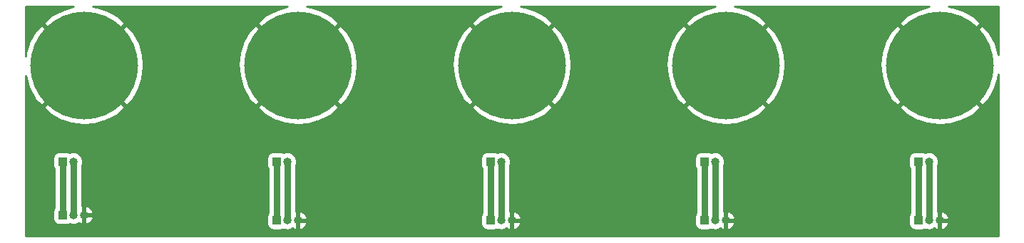
<source format=gbr>
G04 #@! TF.GenerationSoftware,KiCad,Pcbnew,(5.1.0-0)*
G04 #@! TF.CreationDate,2019-03-17T19:53:17-07:00*
G04 #@! TF.ProjectId,Jack Board,4a61636b-2042-46f6-9172-642e6b696361,rev?*
G04 #@! TF.SameCoordinates,Original*
G04 #@! TF.FileFunction,Copper,L1,Top*
G04 #@! TF.FilePolarity,Positive*
%FSLAX46Y46*%
G04 Gerber Fmt 4.6, Leading zero omitted, Abs format (unit mm)*
G04 Created by KiCad (PCBNEW (5.1.0-0)) date 2019-03-17 19:53:17*
%MOMM*%
%LPD*%
G04 APERTURE LIST*
%ADD10O,1.000000X1.000000*%
%ADD11R,1.000000X1.000000*%
%ADD12C,12.800000*%
%ADD13C,0.750000*%
%ADD14C,0.254000*%
G04 APERTURE END LIST*
D10*
X203200000Y-120015000D03*
X201930000Y-120015000D03*
D11*
X200660000Y-120015000D03*
D12*
X177800000Y-101600000D03*
X152400000Y-101600000D03*
X127000000Y-101600000D03*
X101600000Y-101600000D03*
D10*
X201930000Y-113030000D03*
D11*
X200660000Y-113030000D03*
D12*
X203200000Y-101600000D03*
D10*
X177800000Y-120015000D03*
X176530000Y-120015000D03*
D11*
X175260000Y-120015000D03*
D10*
X176530000Y-113030000D03*
D11*
X175260000Y-113030000D03*
D10*
X152400000Y-120015000D03*
X151130000Y-120015000D03*
D11*
X149860000Y-120015000D03*
D10*
X151130000Y-113030000D03*
D11*
X149860000Y-113030000D03*
D10*
X127000000Y-120015000D03*
X125730000Y-120015000D03*
D11*
X124460000Y-120015000D03*
D10*
X125730000Y-113030000D03*
D11*
X124460000Y-113030000D03*
D10*
X101600000Y-119380000D03*
X100330000Y-119380000D03*
D11*
X99060000Y-119380000D03*
D10*
X100330000Y-113030000D03*
D11*
X99060000Y-113030000D03*
D13*
X100330000Y-119380000D02*
X100330000Y-113030000D01*
X99060000Y-119380000D02*
X99060000Y-113030000D01*
X125730000Y-120015000D02*
X125730000Y-113030000D01*
X124460000Y-120015000D02*
X124460000Y-113030000D01*
X151130000Y-113030000D02*
X151130000Y-120015000D01*
X149860000Y-120015000D02*
X149860000Y-113030000D01*
X176530000Y-113030000D02*
X176530000Y-120015000D01*
X175260000Y-113030000D02*
X175260000Y-120015000D01*
X201930000Y-113030000D02*
X201930000Y-120015000D01*
X200660000Y-113030000D02*
X200660000Y-120015000D01*
D14*
G36*
X99034529Y-95012916D02*
G01*
X97798747Y-95639983D01*
X97548339Y-95807302D01*
X96804316Y-96624710D01*
X101600000Y-101420395D01*
X106395684Y-96624710D01*
X105651661Y-95807302D01*
X104443711Y-95128167D01*
X103126477Y-94697740D01*
X102645507Y-94640000D01*
X125765282Y-94640000D01*
X124434529Y-95012916D01*
X123198747Y-95639983D01*
X122948339Y-95807302D01*
X122204316Y-96624710D01*
X127000000Y-101420395D01*
X131795684Y-96624710D01*
X131051661Y-95807302D01*
X129843711Y-95128167D01*
X128526477Y-94697740D01*
X128045507Y-94640000D01*
X151165282Y-94640000D01*
X149834529Y-95012916D01*
X148598747Y-95639983D01*
X148348339Y-95807302D01*
X147604316Y-96624710D01*
X152400000Y-101420395D01*
X157195684Y-96624710D01*
X156451661Y-95807302D01*
X155243711Y-95128167D01*
X153926477Y-94697740D01*
X153445507Y-94640000D01*
X176565282Y-94640000D01*
X175234529Y-95012916D01*
X173998747Y-95639983D01*
X173748339Y-95807302D01*
X173004316Y-96624710D01*
X177800000Y-101420395D01*
X182595684Y-96624710D01*
X181851661Y-95807302D01*
X180643711Y-95128167D01*
X179326477Y-94697740D01*
X178845507Y-94640000D01*
X201965282Y-94640000D01*
X200634529Y-95012916D01*
X199398747Y-95639983D01*
X199148339Y-95807302D01*
X198404316Y-96624710D01*
X203200000Y-101420395D01*
X207995684Y-96624710D01*
X207251661Y-95807302D01*
X206043711Y-95128167D01*
X204726477Y-94697740D01*
X204245507Y-94640000D01*
X210160000Y-94640000D01*
X210160000Y-100365282D01*
X209787084Y-99034529D01*
X209160017Y-97798747D01*
X208992698Y-97548339D01*
X208175290Y-96804316D01*
X203379605Y-101600000D01*
X208175290Y-106395684D01*
X208992698Y-105651661D01*
X209671833Y-104443711D01*
X210102260Y-103126477D01*
X210160000Y-102645505D01*
X210160001Y-121895000D01*
X94640000Y-121895000D01*
X94640000Y-112530000D01*
X97921928Y-112530000D01*
X97921928Y-113530000D01*
X97934188Y-113654482D01*
X97970498Y-113774180D01*
X98029463Y-113884494D01*
X98050001Y-113909520D01*
X98050000Y-118500481D01*
X98029463Y-118525506D01*
X97970498Y-118635820D01*
X97934188Y-118755518D01*
X97921928Y-118880000D01*
X97921928Y-119880000D01*
X97934188Y-120004482D01*
X97970498Y-120124180D01*
X98029463Y-120234494D01*
X98108815Y-120331185D01*
X98205506Y-120410537D01*
X98315820Y-120469502D01*
X98435518Y-120505812D01*
X98560000Y-120518072D01*
X99560000Y-120518072D01*
X99684482Y-120505812D01*
X99804180Y-120469502D01*
X99882379Y-120427703D01*
X99893553Y-120433676D01*
X100107501Y-120498577D01*
X100274248Y-120515000D01*
X100385752Y-120515000D01*
X100552499Y-120498577D01*
X100766447Y-120433676D01*
X100963623Y-120328284D01*
X100973383Y-120320274D01*
X101039794Y-120367123D01*
X101243136Y-120457446D01*
X101298126Y-120474119D01*
X101473000Y-120347954D01*
X101473000Y-119507000D01*
X101727000Y-119507000D01*
X101727000Y-120347954D01*
X101901874Y-120474119D01*
X101956864Y-120457446D01*
X102160206Y-120367123D01*
X102342020Y-120238865D01*
X102495318Y-120077601D01*
X102614210Y-119889529D01*
X102694126Y-119681876D01*
X102569129Y-119507000D01*
X101727000Y-119507000D01*
X101473000Y-119507000D01*
X101457983Y-119507000D01*
X101470491Y-119380000D01*
X101457983Y-119253000D01*
X101473000Y-119253000D01*
X101473000Y-118412046D01*
X101727000Y-118412046D01*
X101727000Y-119253000D01*
X102569129Y-119253000D01*
X102694126Y-119078124D01*
X102614210Y-118870471D01*
X102495318Y-118682399D01*
X102342020Y-118521135D01*
X102160206Y-118392877D01*
X101956864Y-118302554D01*
X101901874Y-118285881D01*
X101727000Y-118412046D01*
X101473000Y-118412046D01*
X101340000Y-118316092D01*
X101340000Y-113548160D01*
X101383676Y-113466447D01*
X101448577Y-113252499D01*
X101470491Y-113030000D01*
X101448577Y-112807501D01*
X101383676Y-112593553D01*
X101349707Y-112530000D01*
X123321928Y-112530000D01*
X123321928Y-113530000D01*
X123334188Y-113654482D01*
X123370498Y-113774180D01*
X123429463Y-113884494D01*
X123450001Y-113909520D01*
X123450000Y-119135481D01*
X123429463Y-119160506D01*
X123370498Y-119270820D01*
X123334188Y-119390518D01*
X123321928Y-119515000D01*
X123321928Y-120515000D01*
X123334188Y-120639482D01*
X123370498Y-120759180D01*
X123429463Y-120869494D01*
X123508815Y-120966185D01*
X123605506Y-121045537D01*
X123715820Y-121104502D01*
X123835518Y-121140812D01*
X123960000Y-121153072D01*
X124960000Y-121153072D01*
X125084482Y-121140812D01*
X125204180Y-121104502D01*
X125282379Y-121062703D01*
X125293553Y-121068676D01*
X125507501Y-121133577D01*
X125674248Y-121150000D01*
X125785752Y-121150000D01*
X125952499Y-121133577D01*
X126166447Y-121068676D01*
X126363623Y-120963284D01*
X126373383Y-120955274D01*
X126439794Y-121002123D01*
X126643136Y-121092446D01*
X126698126Y-121109119D01*
X126873000Y-120982954D01*
X126873000Y-120142000D01*
X127127000Y-120142000D01*
X127127000Y-120982954D01*
X127301874Y-121109119D01*
X127356864Y-121092446D01*
X127560206Y-121002123D01*
X127742020Y-120873865D01*
X127895318Y-120712601D01*
X128014210Y-120524529D01*
X128094126Y-120316876D01*
X127969129Y-120142000D01*
X127127000Y-120142000D01*
X126873000Y-120142000D01*
X126857983Y-120142000D01*
X126870491Y-120015000D01*
X126857983Y-119888000D01*
X126873000Y-119888000D01*
X126873000Y-119047046D01*
X127127000Y-119047046D01*
X127127000Y-119888000D01*
X127969129Y-119888000D01*
X128094126Y-119713124D01*
X128014210Y-119505471D01*
X127895318Y-119317399D01*
X127742020Y-119156135D01*
X127560206Y-119027877D01*
X127356864Y-118937554D01*
X127301874Y-118920881D01*
X127127000Y-119047046D01*
X126873000Y-119047046D01*
X126740000Y-118951092D01*
X126740000Y-113548160D01*
X126783676Y-113466447D01*
X126848577Y-113252499D01*
X126870491Y-113030000D01*
X126848577Y-112807501D01*
X126783676Y-112593553D01*
X126749707Y-112530000D01*
X148721928Y-112530000D01*
X148721928Y-113530000D01*
X148734188Y-113654482D01*
X148770498Y-113774180D01*
X148829463Y-113884494D01*
X148850001Y-113909520D01*
X148850000Y-119135481D01*
X148829463Y-119160506D01*
X148770498Y-119270820D01*
X148734188Y-119390518D01*
X148721928Y-119515000D01*
X148721928Y-120515000D01*
X148734188Y-120639482D01*
X148770498Y-120759180D01*
X148829463Y-120869494D01*
X148908815Y-120966185D01*
X149005506Y-121045537D01*
X149115820Y-121104502D01*
X149235518Y-121140812D01*
X149360000Y-121153072D01*
X150360000Y-121153072D01*
X150484482Y-121140812D01*
X150604180Y-121104502D01*
X150682379Y-121062703D01*
X150693553Y-121068676D01*
X150907501Y-121133577D01*
X151074248Y-121150000D01*
X151185752Y-121150000D01*
X151352499Y-121133577D01*
X151566447Y-121068676D01*
X151763623Y-120963284D01*
X151773383Y-120955274D01*
X151839794Y-121002123D01*
X152043136Y-121092446D01*
X152098126Y-121109119D01*
X152273000Y-120982954D01*
X152273000Y-120142000D01*
X152527000Y-120142000D01*
X152527000Y-120982954D01*
X152701874Y-121109119D01*
X152756864Y-121092446D01*
X152960206Y-121002123D01*
X153142020Y-120873865D01*
X153295318Y-120712601D01*
X153414210Y-120524529D01*
X153494126Y-120316876D01*
X153369129Y-120142000D01*
X152527000Y-120142000D01*
X152273000Y-120142000D01*
X152257983Y-120142000D01*
X152270491Y-120015000D01*
X152257983Y-119888000D01*
X152273000Y-119888000D01*
X152273000Y-119047046D01*
X152527000Y-119047046D01*
X152527000Y-119888000D01*
X153369129Y-119888000D01*
X153494126Y-119713124D01*
X153414210Y-119505471D01*
X153295318Y-119317399D01*
X153142020Y-119156135D01*
X152960206Y-119027877D01*
X152756864Y-118937554D01*
X152701874Y-118920881D01*
X152527000Y-119047046D01*
X152273000Y-119047046D01*
X152140000Y-118951092D01*
X152140000Y-113548160D01*
X152183676Y-113466447D01*
X152248577Y-113252499D01*
X152270491Y-113030000D01*
X152248577Y-112807501D01*
X152183676Y-112593553D01*
X152149707Y-112530000D01*
X174121928Y-112530000D01*
X174121928Y-113530000D01*
X174134188Y-113654482D01*
X174170498Y-113774180D01*
X174229463Y-113884494D01*
X174250000Y-113909519D01*
X174250001Y-119135480D01*
X174229463Y-119160506D01*
X174170498Y-119270820D01*
X174134188Y-119390518D01*
X174121928Y-119515000D01*
X174121928Y-120515000D01*
X174134188Y-120639482D01*
X174170498Y-120759180D01*
X174229463Y-120869494D01*
X174308815Y-120966185D01*
X174405506Y-121045537D01*
X174515820Y-121104502D01*
X174635518Y-121140812D01*
X174760000Y-121153072D01*
X175760000Y-121153072D01*
X175884482Y-121140812D01*
X176004180Y-121104502D01*
X176082379Y-121062703D01*
X176093553Y-121068676D01*
X176307501Y-121133577D01*
X176474248Y-121150000D01*
X176585752Y-121150000D01*
X176752499Y-121133577D01*
X176966447Y-121068676D01*
X177163623Y-120963284D01*
X177173383Y-120955274D01*
X177239794Y-121002123D01*
X177443136Y-121092446D01*
X177498126Y-121109119D01*
X177673000Y-120982954D01*
X177673000Y-120142000D01*
X177927000Y-120142000D01*
X177927000Y-120982954D01*
X178101874Y-121109119D01*
X178156864Y-121092446D01*
X178360206Y-121002123D01*
X178542020Y-120873865D01*
X178695318Y-120712601D01*
X178814210Y-120524529D01*
X178894126Y-120316876D01*
X178769129Y-120142000D01*
X177927000Y-120142000D01*
X177673000Y-120142000D01*
X177657983Y-120142000D01*
X177670491Y-120015000D01*
X177657983Y-119888000D01*
X177673000Y-119888000D01*
X177673000Y-119047046D01*
X177927000Y-119047046D01*
X177927000Y-119888000D01*
X178769129Y-119888000D01*
X178894126Y-119713124D01*
X178814210Y-119505471D01*
X178695318Y-119317399D01*
X178542020Y-119156135D01*
X178360206Y-119027877D01*
X178156864Y-118937554D01*
X178101874Y-118920881D01*
X177927000Y-119047046D01*
X177673000Y-119047046D01*
X177540000Y-118951092D01*
X177540000Y-113548160D01*
X177583676Y-113466447D01*
X177648577Y-113252499D01*
X177670491Y-113030000D01*
X177648577Y-112807501D01*
X177583676Y-112593553D01*
X177549707Y-112530000D01*
X199521928Y-112530000D01*
X199521928Y-113530000D01*
X199534188Y-113654482D01*
X199570498Y-113774180D01*
X199629463Y-113884494D01*
X199650000Y-113909519D01*
X199650001Y-119135480D01*
X199629463Y-119160506D01*
X199570498Y-119270820D01*
X199534188Y-119390518D01*
X199521928Y-119515000D01*
X199521928Y-120515000D01*
X199534188Y-120639482D01*
X199570498Y-120759180D01*
X199629463Y-120869494D01*
X199708815Y-120966185D01*
X199805506Y-121045537D01*
X199915820Y-121104502D01*
X200035518Y-121140812D01*
X200160000Y-121153072D01*
X201160000Y-121153072D01*
X201284482Y-121140812D01*
X201404180Y-121104502D01*
X201482379Y-121062703D01*
X201493553Y-121068676D01*
X201707501Y-121133577D01*
X201874248Y-121150000D01*
X201985752Y-121150000D01*
X202152499Y-121133577D01*
X202366447Y-121068676D01*
X202563623Y-120963284D01*
X202573383Y-120955274D01*
X202639794Y-121002123D01*
X202843136Y-121092446D01*
X202898126Y-121109119D01*
X203073000Y-120982954D01*
X203073000Y-120142000D01*
X203327000Y-120142000D01*
X203327000Y-120982954D01*
X203501874Y-121109119D01*
X203556864Y-121092446D01*
X203760206Y-121002123D01*
X203942020Y-120873865D01*
X204095318Y-120712601D01*
X204214210Y-120524529D01*
X204294126Y-120316876D01*
X204169129Y-120142000D01*
X203327000Y-120142000D01*
X203073000Y-120142000D01*
X203057983Y-120142000D01*
X203070491Y-120015000D01*
X203057983Y-119888000D01*
X203073000Y-119888000D01*
X203073000Y-119047046D01*
X203327000Y-119047046D01*
X203327000Y-119888000D01*
X204169129Y-119888000D01*
X204294126Y-119713124D01*
X204214210Y-119505471D01*
X204095318Y-119317399D01*
X203942020Y-119156135D01*
X203760206Y-119027877D01*
X203556864Y-118937554D01*
X203501874Y-118920881D01*
X203327000Y-119047046D01*
X203073000Y-119047046D01*
X202940000Y-118951092D01*
X202940000Y-113548160D01*
X202983676Y-113466447D01*
X203048577Y-113252499D01*
X203070491Y-113030000D01*
X203048577Y-112807501D01*
X202983676Y-112593553D01*
X202878284Y-112396377D01*
X202736449Y-112223551D01*
X202563623Y-112081716D01*
X202366447Y-111976324D01*
X202152499Y-111911423D01*
X201985752Y-111895000D01*
X201874248Y-111895000D01*
X201707501Y-111911423D01*
X201493553Y-111976324D01*
X201482379Y-111982297D01*
X201404180Y-111940498D01*
X201284482Y-111904188D01*
X201160000Y-111891928D01*
X200160000Y-111891928D01*
X200035518Y-111904188D01*
X199915820Y-111940498D01*
X199805506Y-111999463D01*
X199708815Y-112078815D01*
X199629463Y-112175506D01*
X199570498Y-112285820D01*
X199534188Y-112405518D01*
X199521928Y-112530000D01*
X177549707Y-112530000D01*
X177478284Y-112396377D01*
X177336449Y-112223551D01*
X177163623Y-112081716D01*
X176966447Y-111976324D01*
X176752499Y-111911423D01*
X176585752Y-111895000D01*
X176474248Y-111895000D01*
X176307501Y-111911423D01*
X176093553Y-111976324D01*
X176082379Y-111982297D01*
X176004180Y-111940498D01*
X175884482Y-111904188D01*
X175760000Y-111891928D01*
X174760000Y-111891928D01*
X174635518Y-111904188D01*
X174515820Y-111940498D01*
X174405506Y-111999463D01*
X174308815Y-112078815D01*
X174229463Y-112175506D01*
X174170498Y-112285820D01*
X174134188Y-112405518D01*
X174121928Y-112530000D01*
X152149707Y-112530000D01*
X152078284Y-112396377D01*
X151936449Y-112223551D01*
X151763623Y-112081716D01*
X151566447Y-111976324D01*
X151352499Y-111911423D01*
X151185752Y-111895000D01*
X151074248Y-111895000D01*
X150907501Y-111911423D01*
X150693553Y-111976324D01*
X150682379Y-111982297D01*
X150604180Y-111940498D01*
X150484482Y-111904188D01*
X150360000Y-111891928D01*
X149360000Y-111891928D01*
X149235518Y-111904188D01*
X149115820Y-111940498D01*
X149005506Y-111999463D01*
X148908815Y-112078815D01*
X148829463Y-112175506D01*
X148770498Y-112285820D01*
X148734188Y-112405518D01*
X148721928Y-112530000D01*
X126749707Y-112530000D01*
X126678284Y-112396377D01*
X126536449Y-112223551D01*
X126363623Y-112081716D01*
X126166447Y-111976324D01*
X125952499Y-111911423D01*
X125785752Y-111895000D01*
X125674248Y-111895000D01*
X125507501Y-111911423D01*
X125293553Y-111976324D01*
X125282379Y-111982297D01*
X125204180Y-111940498D01*
X125084482Y-111904188D01*
X124960000Y-111891928D01*
X123960000Y-111891928D01*
X123835518Y-111904188D01*
X123715820Y-111940498D01*
X123605506Y-111999463D01*
X123508815Y-112078815D01*
X123429463Y-112175506D01*
X123370498Y-112285820D01*
X123334188Y-112405518D01*
X123321928Y-112530000D01*
X101349707Y-112530000D01*
X101278284Y-112396377D01*
X101136449Y-112223551D01*
X100963623Y-112081716D01*
X100766447Y-111976324D01*
X100552499Y-111911423D01*
X100385752Y-111895000D01*
X100274248Y-111895000D01*
X100107501Y-111911423D01*
X99893553Y-111976324D01*
X99882379Y-111982297D01*
X99804180Y-111940498D01*
X99684482Y-111904188D01*
X99560000Y-111891928D01*
X98560000Y-111891928D01*
X98435518Y-111904188D01*
X98315820Y-111940498D01*
X98205506Y-111999463D01*
X98108815Y-112078815D01*
X98029463Y-112175506D01*
X97970498Y-112285820D01*
X97934188Y-112405518D01*
X97921928Y-112530000D01*
X94640000Y-112530000D01*
X94640000Y-106575290D01*
X96804316Y-106575290D01*
X97548339Y-107392698D01*
X98756289Y-108071833D01*
X100073523Y-108502260D01*
X101449418Y-108667435D01*
X102831100Y-108561014D01*
X104165471Y-108187084D01*
X105401253Y-107560017D01*
X105651661Y-107392698D01*
X106395684Y-106575290D01*
X122204316Y-106575290D01*
X122948339Y-107392698D01*
X124156289Y-108071833D01*
X125473523Y-108502260D01*
X126849418Y-108667435D01*
X128231100Y-108561014D01*
X129565471Y-108187084D01*
X130801253Y-107560017D01*
X131051661Y-107392698D01*
X131795684Y-106575290D01*
X147604316Y-106575290D01*
X148348339Y-107392698D01*
X149556289Y-108071833D01*
X150873523Y-108502260D01*
X152249418Y-108667435D01*
X153631100Y-108561014D01*
X154965471Y-108187084D01*
X156201253Y-107560017D01*
X156451661Y-107392698D01*
X157195684Y-106575290D01*
X173004316Y-106575290D01*
X173748339Y-107392698D01*
X174956289Y-108071833D01*
X176273523Y-108502260D01*
X177649418Y-108667435D01*
X179031100Y-108561014D01*
X180365471Y-108187084D01*
X181601253Y-107560017D01*
X181851661Y-107392698D01*
X182595684Y-106575290D01*
X198404316Y-106575290D01*
X199148339Y-107392698D01*
X200356289Y-108071833D01*
X201673523Y-108502260D01*
X203049418Y-108667435D01*
X204431100Y-108561014D01*
X205765471Y-108187084D01*
X207001253Y-107560017D01*
X207251661Y-107392698D01*
X207995684Y-106575290D01*
X203200000Y-101779605D01*
X198404316Y-106575290D01*
X182595684Y-106575290D01*
X177800000Y-101779605D01*
X173004316Y-106575290D01*
X157195684Y-106575290D01*
X152400000Y-101779605D01*
X147604316Y-106575290D01*
X131795684Y-106575290D01*
X127000000Y-101779605D01*
X122204316Y-106575290D01*
X106395684Y-106575290D01*
X101600000Y-101779605D01*
X96804316Y-106575290D01*
X94640000Y-106575290D01*
X94640000Y-102834718D01*
X95012916Y-104165471D01*
X95639983Y-105401253D01*
X95807302Y-105651661D01*
X96624710Y-106395684D01*
X101420395Y-101600000D01*
X101779605Y-101600000D01*
X106575290Y-106395684D01*
X107392698Y-105651661D01*
X108071833Y-104443711D01*
X108502260Y-103126477D01*
X108667435Y-101750582D01*
X108644239Y-101449418D01*
X119932565Y-101449418D01*
X120038986Y-102831100D01*
X120412916Y-104165471D01*
X121039983Y-105401253D01*
X121207302Y-105651661D01*
X122024710Y-106395684D01*
X126820395Y-101600000D01*
X127179605Y-101600000D01*
X131975290Y-106395684D01*
X132792698Y-105651661D01*
X133471833Y-104443711D01*
X133902260Y-103126477D01*
X134067435Y-101750582D01*
X134044239Y-101449418D01*
X145332565Y-101449418D01*
X145438986Y-102831100D01*
X145812916Y-104165471D01*
X146439983Y-105401253D01*
X146607302Y-105651661D01*
X147424710Y-106395684D01*
X152220395Y-101600000D01*
X152579605Y-101600000D01*
X157375290Y-106395684D01*
X158192698Y-105651661D01*
X158871833Y-104443711D01*
X159302260Y-103126477D01*
X159467435Y-101750582D01*
X159444239Y-101449418D01*
X170732565Y-101449418D01*
X170838986Y-102831100D01*
X171212916Y-104165471D01*
X171839983Y-105401253D01*
X172007302Y-105651661D01*
X172824710Y-106395684D01*
X177620395Y-101600000D01*
X177979605Y-101600000D01*
X182775290Y-106395684D01*
X183592698Y-105651661D01*
X184271833Y-104443711D01*
X184702260Y-103126477D01*
X184867435Y-101750582D01*
X184844239Y-101449418D01*
X196132565Y-101449418D01*
X196238986Y-102831100D01*
X196612916Y-104165471D01*
X197239983Y-105401253D01*
X197407302Y-105651661D01*
X198224710Y-106395684D01*
X203020395Y-101600000D01*
X198224710Y-96804316D01*
X197407302Y-97548339D01*
X196728167Y-98756289D01*
X196297740Y-100073523D01*
X196132565Y-101449418D01*
X184844239Y-101449418D01*
X184761014Y-100368900D01*
X184387084Y-99034529D01*
X183760017Y-97798747D01*
X183592698Y-97548339D01*
X182775290Y-96804316D01*
X177979605Y-101600000D01*
X177620395Y-101600000D01*
X172824710Y-96804316D01*
X172007302Y-97548339D01*
X171328167Y-98756289D01*
X170897740Y-100073523D01*
X170732565Y-101449418D01*
X159444239Y-101449418D01*
X159361014Y-100368900D01*
X158987084Y-99034529D01*
X158360017Y-97798747D01*
X158192698Y-97548339D01*
X157375290Y-96804316D01*
X152579605Y-101600000D01*
X152220395Y-101600000D01*
X147424710Y-96804316D01*
X146607302Y-97548339D01*
X145928167Y-98756289D01*
X145497740Y-100073523D01*
X145332565Y-101449418D01*
X134044239Y-101449418D01*
X133961014Y-100368900D01*
X133587084Y-99034529D01*
X132960017Y-97798747D01*
X132792698Y-97548339D01*
X131975290Y-96804316D01*
X127179605Y-101600000D01*
X126820395Y-101600000D01*
X122024710Y-96804316D01*
X121207302Y-97548339D01*
X120528167Y-98756289D01*
X120097740Y-100073523D01*
X119932565Y-101449418D01*
X108644239Y-101449418D01*
X108561014Y-100368900D01*
X108187084Y-99034529D01*
X107560017Y-97798747D01*
X107392698Y-97548339D01*
X106575290Y-96804316D01*
X101779605Y-101600000D01*
X101420395Y-101600000D01*
X96624710Y-96804316D01*
X95807302Y-97548339D01*
X95128167Y-98756289D01*
X94697740Y-100073523D01*
X94640000Y-100554493D01*
X94640000Y-94640000D01*
X100365282Y-94640000D01*
X99034529Y-95012916D01*
X99034529Y-95012916D01*
G37*
X99034529Y-95012916D02*
X97798747Y-95639983D01*
X97548339Y-95807302D01*
X96804316Y-96624710D01*
X101600000Y-101420395D01*
X106395684Y-96624710D01*
X105651661Y-95807302D01*
X104443711Y-95128167D01*
X103126477Y-94697740D01*
X102645507Y-94640000D01*
X125765282Y-94640000D01*
X124434529Y-95012916D01*
X123198747Y-95639983D01*
X122948339Y-95807302D01*
X122204316Y-96624710D01*
X127000000Y-101420395D01*
X131795684Y-96624710D01*
X131051661Y-95807302D01*
X129843711Y-95128167D01*
X128526477Y-94697740D01*
X128045507Y-94640000D01*
X151165282Y-94640000D01*
X149834529Y-95012916D01*
X148598747Y-95639983D01*
X148348339Y-95807302D01*
X147604316Y-96624710D01*
X152400000Y-101420395D01*
X157195684Y-96624710D01*
X156451661Y-95807302D01*
X155243711Y-95128167D01*
X153926477Y-94697740D01*
X153445507Y-94640000D01*
X176565282Y-94640000D01*
X175234529Y-95012916D01*
X173998747Y-95639983D01*
X173748339Y-95807302D01*
X173004316Y-96624710D01*
X177800000Y-101420395D01*
X182595684Y-96624710D01*
X181851661Y-95807302D01*
X180643711Y-95128167D01*
X179326477Y-94697740D01*
X178845507Y-94640000D01*
X201965282Y-94640000D01*
X200634529Y-95012916D01*
X199398747Y-95639983D01*
X199148339Y-95807302D01*
X198404316Y-96624710D01*
X203200000Y-101420395D01*
X207995684Y-96624710D01*
X207251661Y-95807302D01*
X206043711Y-95128167D01*
X204726477Y-94697740D01*
X204245507Y-94640000D01*
X210160000Y-94640000D01*
X210160000Y-100365282D01*
X209787084Y-99034529D01*
X209160017Y-97798747D01*
X208992698Y-97548339D01*
X208175290Y-96804316D01*
X203379605Y-101600000D01*
X208175290Y-106395684D01*
X208992698Y-105651661D01*
X209671833Y-104443711D01*
X210102260Y-103126477D01*
X210160000Y-102645505D01*
X210160001Y-121895000D01*
X94640000Y-121895000D01*
X94640000Y-112530000D01*
X97921928Y-112530000D01*
X97921928Y-113530000D01*
X97934188Y-113654482D01*
X97970498Y-113774180D01*
X98029463Y-113884494D01*
X98050001Y-113909520D01*
X98050000Y-118500481D01*
X98029463Y-118525506D01*
X97970498Y-118635820D01*
X97934188Y-118755518D01*
X97921928Y-118880000D01*
X97921928Y-119880000D01*
X97934188Y-120004482D01*
X97970498Y-120124180D01*
X98029463Y-120234494D01*
X98108815Y-120331185D01*
X98205506Y-120410537D01*
X98315820Y-120469502D01*
X98435518Y-120505812D01*
X98560000Y-120518072D01*
X99560000Y-120518072D01*
X99684482Y-120505812D01*
X99804180Y-120469502D01*
X99882379Y-120427703D01*
X99893553Y-120433676D01*
X100107501Y-120498577D01*
X100274248Y-120515000D01*
X100385752Y-120515000D01*
X100552499Y-120498577D01*
X100766447Y-120433676D01*
X100963623Y-120328284D01*
X100973383Y-120320274D01*
X101039794Y-120367123D01*
X101243136Y-120457446D01*
X101298126Y-120474119D01*
X101473000Y-120347954D01*
X101473000Y-119507000D01*
X101727000Y-119507000D01*
X101727000Y-120347954D01*
X101901874Y-120474119D01*
X101956864Y-120457446D01*
X102160206Y-120367123D01*
X102342020Y-120238865D01*
X102495318Y-120077601D01*
X102614210Y-119889529D01*
X102694126Y-119681876D01*
X102569129Y-119507000D01*
X101727000Y-119507000D01*
X101473000Y-119507000D01*
X101457983Y-119507000D01*
X101470491Y-119380000D01*
X101457983Y-119253000D01*
X101473000Y-119253000D01*
X101473000Y-118412046D01*
X101727000Y-118412046D01*
X101727000Y-119253000D01*
X102569129Y-119253000D01*
X102694126Y-119078124D01*
X102614210Y-118870471D01*
X102495318Y-118682399D01*
X102342020Y-118521135D01*
X102160206Y-118392877D01*
X101956864Y-118302554D01*
X101901874Y-118285881D01*
X101727000Y-118412046D01*
X101473000Y-118412046D01*
X101340000Y-118316092D01*
X101340000Y-113548160D01*
X101383676Y-113466447D01*
X101448577Y-113252499D01*
X101470491Y-113030000D01*
X101448577Y-112807501D01*
X101383676Y-112593553D01*
X101349707Y-112530000D01*
X123321928Y-112530000D01*
X123321928Y-113530000D01*
X123334188Y-113654482D01*
X123370498Y-113774180D01*
X123429463Y-113884494D01*
X123450001Y-113909520D01*
X123450000Y-119135481D01*
X123429463Y-119160506D01*
X123370498Y-119270820D01*
X123334188Y-119390518D01*
X123321928Y-119515000D01*
X123321928Y-120515000D01*
X123334188Y-120639482D01*
X123370498Y-120759180D01*
X123429463Y-120869494D01*
X123508815Y-120966185D01*
X123605506Y-121045537D01*
X123715820Y-121104502D01*
X123835518Y-121140812D01*
X123960000Y-121153072D01*
X124960000Y-121153072D01*
X125084482Y-121140812D01*
X125204180Y-121104502D01*
X125282379Y-121062703D01*
X125293553Y-121068676D01*
X125507501Y-121133577D01*
X125674248Y-121150000D01*
X125785752Y-121150000D01*
X125952499Y-121133577D01*
X126166447Y-121068676D01*
X126363623Y-120963284D01*
X126373383Y-120955274D01*
X126439794Y-121002123D01*
X126643136Y-121092446D01*
X126698126Y-121109119D01*
X126873000Y-120982954D01*
X126873000Y-120142000D01*
X127127000Y-120142000D01*
X127127000Y-120982954D01*
X127301874Y-121109119D01*
X127356864Y-121092446D01*
X127560206Y-121002123D01*
X127742020Y-120873865D01*
X127895318Y-120712601D01*
X128014210Y-120524529D01*
X128094126Y-120316876D01*
X127969129Y-120142000D01*
X127127000Y-120142000D01*
X126873000Y-120142000D01*
X126857983Y-120142000D01*
X126870491Y-120015000D01*
X126857983Y-119888000D01*
X126873000Y-119888000D01*
X126873000Y-119047046D01*
X127127000Y-119047046D01*
X127127000Y-119888000D01*
X127969129Y-119888000D01*
X128094126Y-119713124D01*
X128014210Y-119505471D01*
X127895318Y-119317399D01*
X127742020Y-119156135D01*
X127560206Y-119027877D01*
X127356864Y-118937554D01*
X127301874Y-118920881D01*
X127127000Y-119047046D01*
X126873000Y-119047046D01*
X126740000Y-118951092D01*
X126740000Y-113548160D01*
X126783676Y-113466447D01*
X126848577Y-113252499D01*
X126870491Y-113030000D01*
X126848577Y-112807501D01*
X126783676Y-112593553D01*
X126749707Y-112530000D01*
X148721928Y-112530000D01*
X148721928Y-113530000D01*
X148734188Y-113654482D01*
X148770498Y-113774180D01*
X148829463Y-113884494D01*
X148850001Y-113909520D01*
X148850000Y-119135481D01*
X148829463Y-119160506D01*
X148770498Y-119270820D01*
X148734188Y-119390518D01*
X148721928Y-119515000D01*
X148721928Y-120515000D01*
X148734188Y-120639482D01*
X148770498Y-120759180D01*
X148829463Y-120869494D01*
X148908815Y-120966185D01*
X149005506Y-121045537D01*
X149115820Y-121104502D01*
X149235518Y-121140812D01*
X149360000Y-121153072D01*
X150360000Y-121153072D01*
X150484482Y-121140812D01*
X150604180Y-121104502D01*
X150682379Y-121062703D01*
X150693553Y-121068676D01*
X150907501Y-121133577D01*
X151074248Y-121150000D01*
X151185752Y-121150000D01*
X151352499Y-121133577D01*
X151566447Y-121068676D01*
X151763623Y-120963284D01*
X151773383Y-120955274D01*
X151839794Y-121002123D01*
X152043136Y-121092446D01*
X152098126Y-121109119D01*
X152273000Y-120982954D01*
X152273000Y-120142000D01*
X152527000Y-120142000D01*
X152527000Y-120982954D01*
X152701874Y-121109119D01*
X152756864Y-121092446D01*
X152960206Y-121002123D01*
X153142020Y-120873865D01*
X153295318Y-120712601D01*
X153414210Y-120524529D01*
X153494126Y-120316876D01*
X153369129Y-120142000D01*
X152527000Y-120142000D01*
X152273000Y-120142000D01*
X152257983Y-120142000D01*
X152270491Y-120015000D01*
X152257983Y-119888000D01*
X152273000Y-119888000D01*
X152273000Y-119047046D01*
X152527000Y-119047046D01*
X152527000Y-119888000D01*
X153369129Y-119888000D01*
X153494126Y-119713124D01*
X153414210Y-119505471D01*
X153295318Y-119317399D01*
X153142020Y-119156135D01*
X152960206Y-119027877D01*
X152756864Y-118937554D01*
X152701874Y-118920881D01*
X152527000Y-119047046D01*
X152273000Y-119047046D01*
X152140000Y-118951092D01*
X152140000Y-113548160D01*
X152183676Y-113466447D01*
X152248577Y-113252499D01*
X152270491Y-113030000D01*
X152248577Y-112807501D01*
X152183676Y-112593553D01*
X152149707Y-112530000D01*
X174121928Y-112530000D01*
X174121928Y-113530000D01*
X174134188Y-113654482D01*
X174170498Y-113774180D01*
X174229463Y-113884494D01*
X174250000Y-113909519D01*
X174250001Y-119135480D01*
X174229463Y-119160506D01*
X174170498Y-119270820D01*
X174134188Y-119390518D01*
X174121928Y-119515000D01*
X174121928Y-120515000D01*
X174134188Y-120639482D01*
X174170498Y-120759180D01*
X174229463Y-120869494D01*
X174308815Y-120966185D01*
X174405506Y-121045537D01*
X174515820Y-121104502D01*
X174635518Y-121140812D01*
X174760000Y-121153072D01*
X175760000Y-121153072D01*
X175884482Y-121140812D01*
X176004180Y-121104502D01*
X176082379Y-121062703D01*
X176093553Y-121068676D01*
X176307501Y-121133577D01*
X176474248Y-121150000D01*
X176585752Y-121150000D01*
X176752499Y-121133577D01*
X176966447Y-121068676D01*
X177163623Y-120963284D01*
X177173383Y-120955274D01*
X177239794Y-121002123D01*
X177443136Y-121092446D01*
X177498126Y-121109119D01*
X177673000Y-120982954D01*
X177673000Y-120142000D01*
X177927000Y-120142000D01*
X177927000Y-120982954D01*
X178101874Y-121109119D01*
X178156864Y-121092446D01*
X178360206Y-121002123D01*
X178542020Y-120873865D01*
X178695318Y-120712601D01*
X178814210Y-120524529D01*
X178894126Y-120316876D01*
X178769129Y-120142000D01*
X177927000Y-120142000D01*
X177673000Y-120142000D01*
X177657983Y-120142000D01*
X177670491Y-120015000D01*
X177657983Y-119888000D01*
X177673000Y-119888000D01*
X177673000Y-119047046D01*
X177927000Y-119047046D01*
X177927000Y-119888000D01*
X178769129Y-119888000D01*
X178894126Y-119713124D01*
X178814210Y-119505471D01*
X178695318Y-119317399D01*
X178542020Y-119156135D01*
X178360206Y-119027877D01*
X178156864Y-118937554D01*
X178101874Y-118920881D01*
X177927000Y-119047046D01*
X177673000Y-119047046D01*
X177540000Y-118951092D01*
X177540000Y-113548160D01*
X177583676Y-113466447D01*
X177648577Y-113252499D01*
X177670491Y-113030000D01*
X177648577Y-112807501D01*
X177583676Y-112593553D01*
X177549707Y-112530000D01*
X199521928Y-112530000D01*
X199521928Y-113530000D01*
X199534188Y-113654482D01*
X199570498Y-113774180D01*
X199629463Y-113884494D01*
X199650000Y-113909519D01*
X199650001Y-119135480D01*
X199629463Y-119160506D01*
X199570498Y-119270820D01*
X199534188Y-119390518D01*
X199521928Y-119515000D01*
X199521928Y-120515000D01*
X199534188Y-120639482D01*
X199570498Y-120759180D01*
X199629463Y-120869494D01*
X199708815Y-120966185D01*
X199805506Y-121045537D01*
X199915820Y-121104502D01*
X200035518Y-121140812D01*
X200160000Y-121153072D01*
X201160000Y-121153072D01*
X201284482Y-121140812D01*
X201404180Y-121104502D01*
X201482379Y-121062703D01*
X201493553Y-121068676D01*
X201707501Y-121133577D01*
X201874248Y-121150000D01*
X201985752Y-121150000D01*
X202152499Y-121133577D01*
X202366447Y-121068676D01*
X202563623Y-120963284D01*
X202573383Y-120955274D01*
X202639794Y-121002123D01*
X202843136Y-121092446D01*
X202898126Y-121109119D01*
X203073000Y-120982954D01*
X203073000Y-120142000D01*
X203327000Y-120142000D01*
X203327000Y-120982954D01*
X203501874Y-121109119D01*
X203556864Y-121092446D01*
X203760206Y-121002123D01*
X203942020Y-120873865D01*
X204095318Y-120712601D01*
X204214210Y-120524529D01*
X204294126Y-120316876D01*
X204169129Y-120142000D01*
X203327000Y-120142000D01*
X203073000Y-120142000D01*
X203057983Y-120142000D01*
X203070491Y-120015000D01*
X203057983Y-119888000D01*
X203073000Y-119888000D01*
X203073000Y-119047046D01*
X203327000Y-119047046D01*
X203327000Y-119888000D01*
X204169129Y-119888000D01*
X204294126Y-119713124D01*
X204214210Y-119505471D01*
X204095318Y-119317399D01*
X203942020Y-119156135D01*
X203760206Y-119027877D01*
X203556864Y-118937554D01*
X203501874Y-118920881D01*
X203327000Y-119047046D01*
X203073000Y-119047046D01*
X202940000Y-118951092D01*
X202940000Y-113548160D01*
X202983676Y-113466447D01*
X203048577Y-113252499D01*
X203070491Y-113030000D01*
X203048577Y-112807501D01*
X202983676Y-112593553D01*
X202878284Y-112396377D01*
X202736449Y-112223551D01*
X202563623Y-112081716D01*
X202366447Y-111976324D01*
X202152499Y-111911423D01*
X201985752Y-111895000D01*
X201874248Y-111895000D01*
X201707501Y-111911423D01*
X201493553Y-111976324D01*
X201482379Y-111982297D01*
X201404180Y-111940498D01*
X201284482Y-111904188D01*
X201160000Y-111891928D01*
X200160000Y-111891928D01*
X200035518Y-111904188D01*
X199915820Y-111940498D01*
X199805506Y-111999463D01*
X199708815Y-112078815D01*
X199629463Y-112175506D01*
X199570498Y-112285820D01*
X199534188Y-112405518D01*
X199521928Y-112530000D01*
X177549707Y-112530000D01*
X177478284Y-112396377D01*
X177336449Y-112223551D01*
X177163623Y-112081716D01*
X176966447Y-111976324D01*
X176752499Y-111911423D01*
X176585752Y-111895000D01*
X176474248Y-111895000D01*
X176307501Y-111911423D01*
X176093553Y-111976324D01*
X176082379Y-111982297D01*
X176004180Y-111940498D01*
X175884482Y-111904188D01*
X175760000Y-111891928D01*
X174760000Y-111891928D01*
X174635518Y-111904188D01*
X174515820Y-111940498D01*
X174405506Y-111999463D01*
X174308815Y-112078815D01*
X174229463Y-112175506D01*
X174170498Y-112285820D01*
X174134188Y-112405518D01*
X174121928Y-112530000D01*
X152149707Y-112530000D01*
X152078284Y-112396377D01*
X151936449Y-112223551D01*
X151763623Y-112081716D01*
X151566447Y-111976324D01*
X151352499Y-111911423D01*
X151185752Y-111895000D01*
X151074248Y-111895000D01*
X150907501Y-111911423D01*
X150693553Y-111976324D01*
X150682379Y-111982297D01*
X150604180Y-111940498D01*
X150484482Y-111904188D01*
X150360000Y-111891928D01*
X149360000Y-111891928D01*
X149235518Y-111904188D01*
X149115820Y-111940498D01*
X149005506Y-111999463D01*
X148908815Y-112078815D01*
X148829463Y-112175506D01*
X148770498Y-112285820D01*
X148734188Y-112405518D01*
X148721928Y-112530000D01*
X126749707Y-112530000D01*
X126678284Y-112396377D01*
X126536449Y-112223551D01*
X126363623Y-112081716D01*
X126166447Y-111976324D01*
X125952499Y-111911423D01*
X125785752Y-111895000D01*
X125674248Y-111895000D01*
X125507501Y-111911423D01*
X125293553Y-111976324D01*
X125282379Y-111982297D01*
X125204180Y-111940498D01*
X125084482Y-111904188D01*
X124960000Y-111891928D01*
X123960000Y-111891928D01*
X123835518Y-111904188D01*
X123715820Y-111940498D01*
X123605506Y-111999463D01*
X123508815Y-112078815D01*
X123429463Y-112175506D01*
X123370498Y-112285820D01*
X123334188Y-112405518D01*
X123321928Y-112530000D01*
X101349707Y-112530000D01*
X101278284Y-112396377D01*
X101136449Y-112223551D01*
X100963623Y-112081716D01*
X100766447Y-111976324D01*
X100552499Y-111911423D01*
X100385752Y-111895000D01*
X100274248Y-111895000D01*
X100107501Y-111911423D01*
X99893553Y-111976324D01*
X99882379Y-111982297D01*
X99804180Y-111940498D01*
X99684482Y-111904188D01*
X99560000Y-111891928D01*
X98560000Y-111891928D01*
X98435518Y-111904188D01*
X98315820Y-111940498D01*
X98205506Y-111999463D01*
X98108815Y-112078815D01*
X98029463Y-112175506D01*
X97970498Y-112285820D01*
X97934188Y-112405518D01*
X97921928Y-112530000D01*
X94640000Y-112530000D01*
X94640000Y-106575290D01*
X96804316Y-106575290D01*
X97548339Y-107392698D01*
X98756289Y-108071833D01*
X100073523Y-108502260D01*
X101449418Y-108667435D01*
X102831100Y-108561014D01*
X104165471Y-108187084D01*
X105401253Y-107560017D01*
X105651661Y-107392698D01*
X106395684Y-106575290D01*
X122204316Y-106575290D01*
X122948339Y-107392698D01*
X124156289Y-108071833D01*
X125473523Y-108502260D01*
X126849418Y-108667435D01*
X128231100Y-108561014D01*
X129565471Y-108187084D01*
X130801253Y-107560017D01*
X131051661Y-107392698D01*
X131795684Y-106575290D01*
X147604316Y-106575290D01*
X148348339Y-107392698D01*
X149556289Y-108071833D01*
X150873523Y-108502260D01*
X152249418Y-108667435D01*
X153631100Y-108561014D01*
X154965471Y-108187084D01*
X156201253Y-107560017D01*
X156451661Y-107392698D01*
X157195684Y-106575290D01*
X173004316Y-106575290D01*
X173748339Y-107392698D01*
X174956289Y-108071833D01*
X176273523Y-108502260D01*
X177649418Y-108667435D01*
X179031100Y-108561014D01*
X180365471Y-108187084D01*
X181601253Y-107560017D01*
X181851661Y-107392698D01*
X182595684Y-106575290D01*
X198404316Y-106575290D01*
X199148339Y-107392698D01*
X200356289Y-108071833D01*
X201673523Y-108502260D01*
X203049418Y-108667435D01*
X204431100Y-108561014D01*
X205765471Y-108187084D01*
X207001253Y-107560017D01*
X207251661Y-107392698D01*
X207995684Y-106575290D01*
X203200000Y-101779605D01*
X198404316Y-106575290D01*
X182595684Y-106575290D01*
X177800000Y-101779605D01*
X173004316Y-106575290D01*
X157195684Y-106575290D01*
X152400000Y-101779605D01*
X147604316Y-106575290D01*
X131795684Y-106575290D01*
X127000000Y-101779605D01*
X122204316Y-106575290D01*
X106395684Y-106575290D01*
X101600000Y-101779605D01*
X96804316Y-106575290D01*
X94640000Y-106575290D01*
X94640000Y-102834718D01*
X95012916Y-104165471D01*
X95639983Y-105401253D01*
X95807302Y-105651661D01*
X96624710Y-106395684D01*
X101420395Y-101600000D01*
X101779605Y-101600000D01*
X106575290Y-106395684D01*
X107392698Y-105651661D01*
X108071833Y-104443711D01*
X108502260Y-103126477D01*
X108667435Y-101750582D01*
X108644239Y-101449418D01*
X119932565Y-101449418D01*
X120038986Y-102831100D01*
X120412916Y-104165471D01*
X121039983Y-105401253D01*
X121207302Y-105651661D01*
X122024710Y-106395684D01*
X126820395Y-101600000D01*
X127179605Y-101600000D01*
X131975290Y-106395684D01*
X132792698Y-105651661D01*
X133471833Y-104443711D01*
X133902260Y-103126477D01*
X134067435Y-101750582D01*
X134044239Y-101449418D01*
X145332565Y-101449418D01*
X145438986Y-102831100D01*
X145812916Y-104165471D01*
X146439983Y-105401253D01*
X146607302Y-105651661D01*
X147424710Y-106395684D01*
X152220395Y-101600000D01*
X152579605Y-101600000D01*
X157375290Y-106395684D01*
X158192698Y-105651661D01*
X158871833Y-104443711D01*
X159302260Y-103126477D01*
X159467435Y-101750582D01*
X159444239Y-101449418D01*
X170732565Y-101449418D01*
X170838986Y-102831100D01*
X171212916Y-104165471D01*
X171839983Y-105401253D01*
X172007302Y-105651661D01*
X172824710Y-106395684D01*
X177620395Y-101600000D01*
X177979605Y-101600000D01*
X182775290Y-106395684D01*
X183592698Y-105651661D01*
X184271833Y-104443711D01*
X184702260Y-103126477D01*
X184867435Y-101750582D01*
X184844239Y-101449418D01*
X196132565Y-101449418D01*
X196238986Y-102831100D01*
X196612916Y-104165471D01*
X197239983Y-105401253D01*
X197407302Y-105651661D01*
X198224710Y-106395684D01*
X203020395Y-101600000D01*
X198224710Y-96804316D01*
X197407302Y-97548339D01*
X196728167Y-98756289D01*
X196297740Y-100073523D01*
X196132565Y-101449418D01*
X184844239Y-101449418D01*
X184761014Y-100368900D01*
X184387084Y-99034529D01*
X183760017Y-97798747D01*
X183592698Y-97548339D01*
X182775290Y-96804316D01*
X177979605Y-101600000D01*
X177620395Y-101600000D01*
X172824710Y-96804316D01*
X172007302Y-97548339D01*
X171328167Y-98756289D01*
X170897740Y-100073523D01*
X170732565Y-101449418D01*
X159444239Y-101449418D01*
X159361014Y-100368900D01*
X158987084Y-99034529D01*
X158360017Y-97798747D01*
X158192698Y-97548339D01*
X157375290Y-96804316D01*
X152579605Y-101600000D01*
X152220395Y-101600000D01*
X147424710Y-96804316D01*
X146607302Y-97548339D01*
X145928167Y-98756289D01*
X145497740Y-100073523D01*
X145332565Y-101449418D01*
X134044239Y-101449418D01*
X133961014Y-100368900D01*
X133587084Y-99034529D01*
X132960017Y-97798747D01*
X132792698Y-97548339D01*
X131975290Y-96804316D01*
X127179605Y-101600000D01*
X126820395Y-101600000D01*
X122024710Y-96804316D01*
X121207302Y-97548339D01*
X120528167Y-98756289D01*
X120097740Y-100073523D01*
X119932565Y-101449418D01*
X108644239Y-101449418D01*
X108561014Y-100368900D01*
X108187084Y-99034529D01*
X107560017Y-97798747D01*
X107392698Y-97548339D01*
X106575290Y-96804316D01*
X101779605Y-101600000D01*
X101420395Y-101600000D01*
X96624710Y-96804316D01*
X95807302Y-97548339D01*
X95128167Y-98756289D01*
X94697740Y-100073523D01*
X94640000Y-100554493D01*
X94640000Y-94640000D01*
X100365282Y-94640000D01*
X99034529Y-95012916D01*
M02*

</source>
